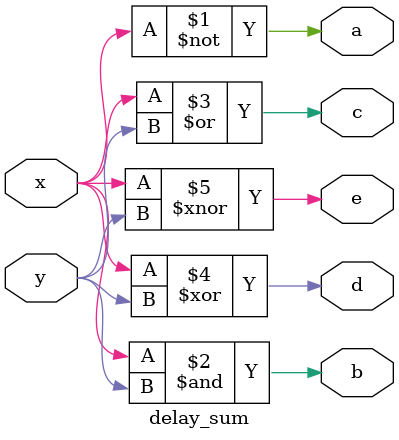
<source format=v>
`timescale 1ns / 1ps

module delay_sum(input x, y,
                 output a, b, c, d, e);
 
  assign a = ~x;
  assign b = x & y;
  assign c = x | y;
  assign d = x ^ y;
  assign e = x ~^ y;
  
endmodule

</source>
